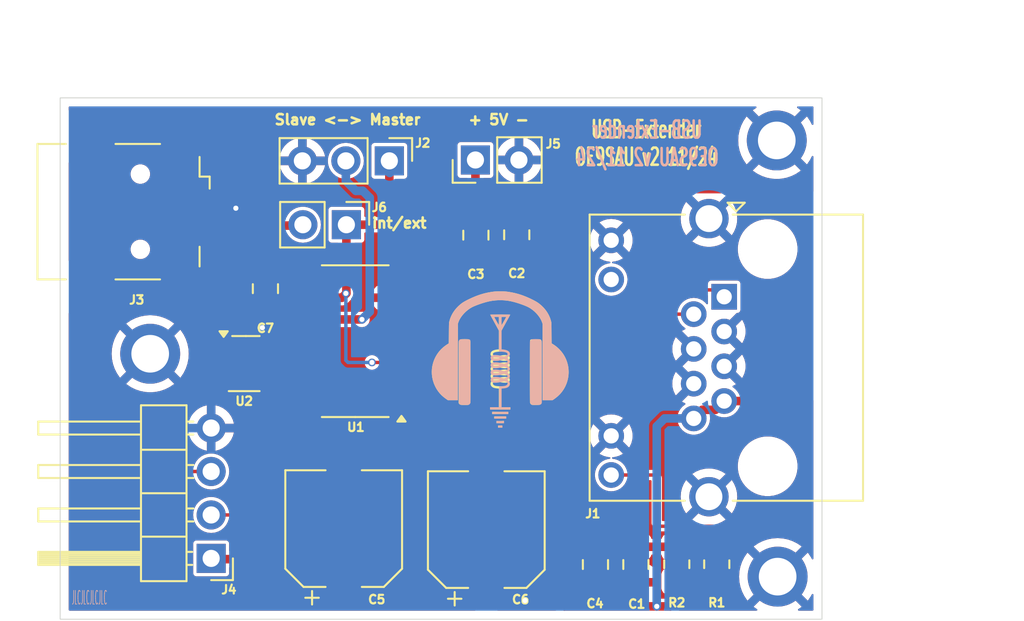
<source format=kicad_pcb>
(kicad_pcb (version 20240108) (generator "pcbnew") (generator_version "8.0")
  (layers (0 "F.Cu" signal) (31 "B.Cu" signal) (34 "B.Paste" user) (35 "F.Paste" user) (36 "B.SilkS" user "B.Silkscreen") (37 "F.SilkS" user "F.Silkscreen") (38 "B.Mask" user) (39 "F.Mask" user) (44 "Edge.Cuts" user))
  (net 0 "")
  (net 1 "GND")
  (net 2 "Net-(U1-REF)")
  (net 3 "+5V")
  (net 4 "Net-(U1-V3)")
  (net 5 "Net-(U1-XD+)")
  (net 6 "Net-(J1-Pad12)")
  (net 7 "Net-(U1-XD-)")
  (net 9 "Net-(J3-D+)")
  (net 11 "Net-(J3-D-)")
  (net 14 "MODE")
  (net 16 "Net-(U1-UD+)")
  (net 17 "Net-(U1-UD-)")
  (net 18 "Net-(J3-VBUS)")
  (footprint "Capacitor_SMD:C_0805_2012Metric_Pad1.18x1.45mm_HandSolder" (layer "F.Cu") (at 128.27 66.4249 -90)
    (property "Reference" "C2" (at 2.2567 0 180) (layer "F.SilkS") (effects (font (size 0.5 0.5))))
    (property "Value" "100nF")
    (pad "1" smd roundrect (at -1.0375 0 270) (size 1.175 1.45) (layers "F.Cu" "F.Paste" "F.Mask") (roundrect_rratio 0.212766) (net 3 "+5V"))
    (pad "2" smd roundrect (at 1.0375 0 270) (size 1.175 1.45) (layers "F.Cu" "F.Paste" "F.Mask") (roundrect_rratio 0.212766) (net 1 "GND"))
  )
  (footprint "Connector_PinHeader_2.54mm:PinHeader_1x02_P2.54mm_Vertical" (layer "F.Cu") (at 125.857 62.0522 90)
    (property "Reference" "J5" (at 0.9398 4.5466 180) (layer "F.SilkS") (effects (font (size 0.5 0.5))))
    (property "Value" "ext. +5V")
    (pad "1" thru_hole rect (at 0 0 90) (size 1.7 1.7) (drill 1) (layers "*.Cu" "*.Mask") (net 3 "+5V"))
    (pad "2" thru_hole oval (at 0 2.54 90) (size 1.7 1.7) (drill 1) (layers "*.Cu" "*.Mask") (net 1 "GND"))
  )
  (footprint "Connector_PinHeader_2.54mm:PinHeader_1x02_P2.54mm_Vertical" (layer "F.Cu") (at 118.3182 65.8368 -90)
    (property "Reference" "J6" (at -1.016 -1.9254 180) (layer "F.SilkS") (effects (font (size 0.5 0.5) (thickness 0.125))))
    (property "Value" "5v INT/EXT")
    (pad "1" thru_hole rect (at 0 0 270) (size 1.7 1.7) (drill 1) (layers "*.Cu" "*.Mask") (net 3 "+5V"))
    (pad "2" thru_hole oval (at 0 2.54 270) (size 1.7 1.7) (drill 1) (layers "*.Cu" "*.Mask") (net 18 "Net-(J3-VBUS)"))
  )
  (footprint "Connector_PinHeader_2.54mm:PinHeader_1x04_P2.54mm_Horizontal" (layer "F.Cu") (at 110.42 85.344 180)
    (property "Reference" "J4" (at -1.0352 -1.8288 180) (layer "F.SilkS") (effects (font (size 0.5 0.5))))
    (property "Value" "USB_CON")
    (pad "1" thru_hole rect (at 0 0 180) (size 1.7 1.7) (drill 1) (layers "*.Cu" "*.Mask") (net 18 "Net-(J3-VBUS)"))
    (pad "2" thru_hole oval (at 0 2.54 180) (size 1.7 1.7) (drill 1) (layers "*.Cu" "*.Mask") (net 11 "Net-(J3-D-)"))
    (pad "3" thru_hole oval (at 0 5.08 180) (size 1.7 1.7) (drill 1) (layers "*.Cu" "*.Mask") (net 9 "Net-(J3-D+)"))
    (pad "4" thru_hole oval (at 0 7.62 180) (size 1.7 1.7) (drill 1) (layers "*.Cu" "*.Mask") (net 1 "GND"))
  )
  (footprint "Capacitor_SMD:C_0805_2012Metric_Pad1.18x1.45mm_HandSolder" (layer "F.Cu") (at 135.2296 85.7023 -90)
    (property "Reference" "C1" (at 2.3087 -0.0508 0) (layer "F.SilkS") (effects (font (size 0.5 0.5))))
    (property "Value" "100nF")
    (pad "1" smd roundrect (at -1.0375 0 270) (size 1.175 1.45) (layers "F.Cu" "F.Paste" "F.Mask") (roundrect_rratio 0.212766) (net 2 "Net-(U1-REF)"))
    (pad "2" smd roundrect (at 1.0375 0 270) (size 1.175 1.45) (layers "F.Cu" "F.Paste" "F.Mask") (roundrect_rratio 0.212766) (net 1 "GND"))
  )
  (footprint "Capacitor_SMD:CP_Elec_6.3x7.7" (layer "F.Cu") (at 126.492 83.66 90)
    (property "Reference" "C6" (at -4.0894 2.0066 180) (layer "F.SilkS") (effects (font (size 0.5 0.5) (thickness 0.125))))
    (property "Value" "470uF")
    (pad "1" smd roundrect (at -2.7 0 90) (size 3.5 1.6) (layers "F.Cu" "F.Paste" "F.Mask") (roundrect_rratio 0.15625) (net 3 "+5V"))
    (pad "2" smd roundrect (at 2.7 0 90) (size 3.5 1.6) (layers "F.Cu" "F.Paste" "F.Mask") (roundrect_rratio 0.15625) (net 1 "GND"))
  )
  (footprint "MountingHole:MountingHole_2.2mm_M2_ISO7380_Pad" (layer "F.Cu") (at 143.51 86.4108)
    (property "Reference" "H2" (hide yes))
    (property "Value" "MountingHole_Pad" (hide yes))
    (pad "1" thru_hole circle (at 0 0) (size 3.5 3.5) (drill 2.2) (layers "*.Cu" "*.Mask") (net 1 "GND"))
  )
  (footprint "Capacitor_SMD:C_0805_2012Metric_Pad1.18x1.45mm_HandSolder" (layer "F.Cu") (at 132.8674 85.7023 -90)
    (property "Reference" "C4" (at 2.2821 0.0254 180) (layer "F.SilkS") (effects (font (size 0.5 0.5))))
    (property "Value" "100nF")
    (pad "1" smd roundrect (at -1.0375 0 270) (size 1.175 1.45) (layers "F.Cu" "F.Paste" "F.Mask") (roundrect_rratio 0.212766) (net 4 "Net-(U1-V3)"))
    (pad "2" smd roundrect (at 1.0375 0 270) (size 1.175 1.45) (layers "F.Cu" "F.Paste" "F.Mask") (roundrect_rratio 0.212766) (net 1 "GND"))
  )
  (footprint "Capacitor_SMD:C_0805_2012Metric_Pad1.18x1.45mm_HandSolder" (layer "F.Cu") (at 125.8824 66.4464 -90)
    (property "Reference" "C3" (at 2.286 0 180) (layer "F.SilkS") (effects (font (size 0.5 0.5))))
    (property "Value" "100nF")
    (pad "1" smd roundrect (at -1.0375 0 270) (size 1.175 1.45) (layers "F.Cu" "F.Paste" "F.Mask") (roundrect_rratio 0.212766) (net 3 "+5V"))
    (pad "2" smd roundrect (at 1.0375 0 270) (size 1.175 1.45) (layers "F.Cu" "F.Paste" "F.Mask") (roundrect_rratio 0.212766) (net 1 "GND"))
  )
  (footprint "Resistor_SMD:R_0805_2012Metric_Pad1.20x1.40mm_HandSolder" (layer "F.Cu") (at 139.954 85.6836 -90)
    (property "Reference" "R1" (at 2.2512 0 0) (layer "F.SilkS") (effects (font (size 0.5 0.5))))
    (property "Value" "10k")
    (pad "1" smd roundrect (at -1 0 270) (size 1.2 1.4) (layers "F.Cu" "F.Paste" "F.Mask") (roundrect_rratio 0.208333) (net 6 "Net-(J1-Pad12)"))
    (pad "2" smd roundrect (at 1 0 270) (size 1.2 1.4) (layers "F.Cu" "F.Paste" "F.Mask") (roundrect_rratio 0.208333) (net 3 "+5V"))
  )
  (footprint "Connector_USB:USB_Mini-B_Wuerth_65100516121_Horizontal" (layer "F.Cu") (at 106.2826 65.0748 -90)
    (property "Reference" "J3" (at 5.1562 0.2122 180) (layer "F.SilkS") (effects (font (size 0.5 0.5))))
    (property "Value" "USB_B_Mini")
    (pad "" np_thru_hole circle (at -2.2 0 270) (size 0.9 0.9) (drill 0.9) (layers "*.Cu" "*.Mask"))
    (pad "" np_thru_hole circle (at 2.2 0 270) (size 0.9 0.9) (drill 0.9) (layers "*.Cu" "*.Mask"))
    (pad "1" smd rect (at -1.6 -2.6 270) (size 0.5 2.5) (layers "F.Cu" "F.Paste" "F.Mask") (net 18 "Net-(J3-VBUS)"))
    (pad "2" smd rect (at -0.8 -2.6 270) (size 0.5 2.5) (layers "F.Cu" "F.Paste" "F.Mask") (net 11 "Net-(J3-D-)"))
    (pad "3" smd rect (at 0 -2.6 270) (size 0.5 2.5) (layers "F.Cu" "F.Paste" "F.Mask") (net 9 "Net-(J3-D+)"))
    (pad "4" smd rect (at 0.8 -2.6 270) (size 0.5 2.5) (layers "F.Cu" "F.Paste" "F.Mask"))
    (pad "5" smd rect (at 1.6 -2.6 270) (size 0.5 2.5) (layers "F.Cu" "F.Paste" "F.Mask") (net 1 "GND"))
    (pad "6" smd rect (at -4.4 -2.6 270) (size 2 2.5) (layers "F.Cu" "F.Paste" "F.Mask") (net 1 "GND"))
    (pad "6" smd rect (at -4.4 2.9 270) (size 2 2.5) (layers "F.Cu" "F.Paste" "F.Mask") (net 1 "GND"))
    (pad "6" smd rect (at 4.4 -2.6 270) (size 2 2.5) (layers "F.Cu" "F.Paste" "F.Mask") (net 1 "GND"))
    (pad "6" smd rect (at 4.4 2.9 270) (size 2 2.5) (layers "F.Cu" "F.Paste" "F.Mask") (net 1 "GND"))
  )
  (footprint "Package_SO:SOIC-14_3.9x8.7mm_P1.27mm" (layer "F.Cu") (at 118.8354 72.644 180)
    (property "Reference" "U1" (at -0.0366 -5.0292 0) (layer "F.SilkS") (effects (font (size 0.5 0.5))))
    (property "Value" "CH315G")
    (pad "1" smd roundrect (at -2.475 -3.81 180) (size 1.95 0.6) (layers "F.Cu" "F.Paste" "F.Mask") (net 2 "Net-(U1-REF)"))
    (pad "2" smd roundrect (at -2.475 -2.54 180) (size 1.95 0.6) (layers "F.Cu" "F.Paste" "F.Mask") (net 1 "GND"))
    (pad "3" smd roundrect (at -2.475 -1.27 180) (size 1.95 0.6) (layers "F.Cu" "F.Paste" "F.Mask") (net 3 "+5V"))
    (pad "4" smd roundrect (at -2.475 0 180) (size 1.95 0.6) (layers "F.Cu" "F.Paste" "F.Mask") (net 7 "Net-(U1-XD-)"))
    (pad "5" smd roundrect (at -2.475 1.27 180) (size 1.95 0.6) (layers "F.Cu" "F.Paste" "F.Mask") (net 5 "Net-(U1-XD+)"))
    (pad "6" smd roundrect (at -2.475 2.54 180) (size 1.95 0.6) (layers "F.Cu" "F.Paste" "F.Mask") (net 1 "GND"))
    (pad "7" smd roundrect (at -2.475 3.81 180) (size 1.95 0.6) (layers "F.Cu" "F.Paste" "F.Mask"))
    (pad "8" smd roundrect (at 2.475 3.81 180) (size 1.95 0.6) (layers "F.Cu" "F.Paste" "F.Mask"))
    (pad "9" smd roundrect (at 2.475 2.54 180) (size 1.95 0.6) (layers "F.Cu" "F.Paste" "F.Mask") (net 3 "+5V"))
    (pad "10" smd roundrect (at 2.475 1.27 180) (size 1.95 0.6) (layers "F.Cu" "F.Paste" "F.Mask") (net 14 "MODE"))
    (pad "11" smd roundrect (at 2.475 0 180) (size 1.95 0.6) (layers "F.Cu" "F.Paste" "F.Mask"))
    (pad "12" smd roundrect (at 2.475 -1.27 180) (size 1.95 0.6) (layers "F.Cu" "F.Paste" "F.Mask") (net 17 "Net-(U1-UD-)"))
    (pad "13" smd roundrect (at 2.475 -2.54 180) (size 1.95 0.6) (layers "F.Cu" "F.Paste" "F.Mask") (net 16 "Net-(U1-UD+)"))
    (pad "14" smd roundrect (at 2.475 -3.81 180) (size 1.95 0.6) (layers "F.Cu" "F.Paste" "F.Mask") (net 4 "Net-(U1-V3)"))
  )
  (footprint "Resistor_SMD:R_0805_2012Metric_Pad1.20x1.40mm_HandSolder" (layer "F.Cu") (at 137.6172 85.6836 -90)
    (property "Reference" "R2" (at 2.2512 0 180) (layer "F.SilkS") (effects (font (size 0.5 0.5) (thickness 0.125))))
    (property "Value" "180k")
    (pad "1" smd roundrect (at -1 0 270) (size 1.2 1.4) (layers "F.Cu" "F.Paste" "F.Mask") (roundrect_rratio 0.208333) (net 2 "Net-(U1-REF)"))
    (pad "2" smd roundrect (at 1 0 270) (size 1.2 1.4) (layers "F.Cu" "F.Paste" "F.Mask") (roundrect_rratio 0.208333) (net 3 "+5V"))
  )
  (footprint "MountingHole:MountingHole_2.2mm_M2_ISO7380_Pad" (layer "F.Cu") (at 143.4592 60.9092)
    (property "Reference" "H3" (hide yes))
    (property "Value" "MountingHole_Pad" (hide yes))
    (pad "1" thru_hole circle (at 0 0) (size 3.5 3.5) (drill 2.2) (layers "*.Cu" "*.Mask") (net 1 "GND"))
  )
  (footprint "LOGO" (layer "F.Cu") (at 127.3048 73.7108)
    (property "Reference" "g1" (hide yes))
    (property "Value" "LOGO" (hide yes))
  )
  (footprint "Connector_PinHeader_2.54mm:PinHeader_1x03_P2.54mm_Vertical" (layer "F.Cu") (at 120.8278 62.103 -90)
    (property "Reference" "J2" (at -1.0414 -1.9558 180) (layer "F.SilkS") (effects (font (size 0.5 0.5))))
    (property "Value" "MODE")
    (pad "1" thru_hole rect (at 0 0 270) (size 1.7 1.7) (drill 1) (layers "*.Cu" "*.Mask") (net 3 "+5V"))
    (pad "2" thru_hole oval (at 0 2.54 270) (size 1.7 1.7) (drill 1) (layers "*.Cu" "*.Mask") (net 14 "MODE"))
    (pad "3" thru_hole oval (at 0 5.08 270) (size 1.7 1.7) (drill 1) (layers "*.Cu" "*.Mask") (net 1 "GND"))
  )
  (footprint "Capacitor_SMD:C_0805_2012Metric_Pad1.18x1.45mm_HandSolder" (layer "F.Cu") (at 113.5888 69.5745 90)
    (property "Reference" "C7" (at -2.3153 0 180) (layer "F.SilkS") (effects (font (size 0.5 0.5) (thickness 0.125))))
    (property "Value" "100nF")
    (pad "1" smd roundrect (at -1.0375 0 90) (size 1.175 1.45) (layers "F.Cu" "F.Paste" "F.Mask") (roundrect_rratio 0.212766) (net 3 "+5V"))
    (pad "2" smd roundrect (at 1.0375 0 90) (size 1.175 1.45) (layers "F.Cu" "F.Paste" "F.Mask") (roundrect_rratio 0.212766) (net 1 "GND"))
  )
  (footprint "Connector_RJ:RJ45_Amphenol_RJHSE538X" (layer "F.Cu") (at 140.3878 70.0492 -90)
    (property "Reference" "J1" (at 12.6786 7.6728 180) (layer "F.SilkS") (effects (font (size 0.5 0.5))))
    (property "Value" "RJ45_LED_Shielded")
    (pad "" np_thru_hole circle (at -2.79 -2.54 270) (size 3.25 3.25) (drill 3.25) (layers "*.Cu" "*.Mask"))
    (pad "" np_thru_hole circle (at 9.91 -2.54 270) (size 3.25 3.25) (drill 3.25) (layers "*.Cu" "*.Mask"))
    (pad "1" thru_hole rect (at 0 0 270) (size 1.5 1.5) (drill 0.89) (layers "*.Cu" "*.Mask") (net 5 "Net-(U1-XD+)"))
    (pad "2" thru_hole circle (at 1.016 1.78 270) (size 1.5 1.5) (drill 0.89) (layers "*.Cu" "*.Mask") (net 7 "Net-(U1-XD-)"))
    (pad "3" thru_hole circle (at 2.032 0 270) (size 1.5 1.5) (drill 0.89) (layers "*.Cu" "*.Mask") (net 1 "GND"))
    (pad "4" thru_hole circle (at 3.048 1.78 270) (size 1.5 1.5) (drill 0.89) (layers "*.Cu" "*.Mask") (net 1 "GND"))
    (pad "5" thru_hole circle (at 4.064 0 270) (size 1.5 1.5) (drill 0.89) (layers "*.Cu" "*.Mask") (net 1 "GND"))
    (pad "6" thru_hole circle (at 5.08 1.78 270) (size 1.5 1.5) (drill 0.89) (layers "*.Cu" "*.Mask") (net 1 "GND"))
    (pad "7" thru_hole circle (at 6.096 0 270) (size 1.5 1.5) (drill 0.89) (layers "*.Cu" "*.Mask") (net 3 "+5V"))
    (pad "8" thru_hole circle (at 7.112 1.78 270) (size 1.5 1.5) (drill 0.89) (layers "*.Cu" "*.Mask") (net 3 "+5V"))
    (pad "9" thru_hole circle (at -3.3 6.6 270) (size 1.5 1.5) (drill 0.89) (layers "*.Cu" "*.Mask") (net 1 "GND"))
    (pad "10" thru_hole circle (at -1.01 6.6 270) (size 1.5 1.5) (drill 0.89) (layers "*.Cu" "*.Mask"))
    (pad "11" thru_hole circle (at 8.13 6.6 270) (size 1.5 1.5) (drill 0.89) (layers "*.Cu" "*.Mask") (net 1 "GND"))
    (pad "12" thru_hole circle (at 10.42 6.6 270) (size 1.5 1.5) (drill 0.89) (layers "*.Cu" "*.Mask") (net 6 "Net-(J1-Pad12)"))
    (pad "SH" thru_hole circle (at -4.57 0.89 270) (size 2.3 2.3) (drill 1.57) (layers "*.Cu" "*.Mask") (net 1 "GND"))
    (pad "SH" thru_hole circle (at 11.69 0.89 270) (size 2.3 2.3) (drill 1.57) (layers "*.Cu" "*.Mask") (net 1 "GND"))
  )
  (footprint "Package_TO_SOT_SMD:SOT-23-6_Handsoldering" (layer "F.Cu") (at 112.348 73.9546)
    (property "Reference" "U2" (at 0 2.1946 0) (layer "F.SilkS") (effects (font (size 0.5 0.5) (thickness 0.125))))
    (property "Value" "USBLC6-2P6")
    (pad "1" smd roundrect (at -1.35 -0.95) (size 1.56 0.65) (layers "F.Cu" "F.Paste" "F.Mask") (net 9 "Net-(J3-D+)"))
    (pad "2" smd roundrect (at -1.35 0) (size 1.56 0.65) (layers "F.Cu" "F.Paste" "F.Mask") (net 1 "GND"))
    (pad "3" smd roundrect (at -1.35 0.95) (size 1.56 0.65) (layers "F.Cu" "F.Paste" "F.Mask") (net 11 "Net-(J3-D-)"))
    (pad "4" smd roundrect (at 1.35 0.95) (size 1.56 0.65) (layers "F.Cu" "F.Paste" "F.Mask") (net 17 "Net-(U1-UD-)"))
    (pad "5" smd roundrect (at 1.35 0) (size 1.56 0.65) (layers "F.Cu" "F.Paste" "F.Mask") (net 3 "+5V"))
    (pad "6" smd roundrect (at 1.35 -0.95) (size 1.56 0.65) (layers "F.Cu" "F.Paste" "F.Mask") (net 16 "Net-(U1-UD+)"))
  )
  (footprint "Capacitor_SMD:CP_Elec_6.3x7.7" (layer "F.Cu") (at 118.1608 83.6016 90)
    (property "Reference" "C5" (at -4.1478 1.9304 180) (layer "F.SilkS") (effects (font (size 0.5 0.5) (thickness 0.125))))
    (property "Value" "470uF")
    (pad "1" smd roundrect (at -2.7 0 90) (size 3.5 1.6) (layers "F.Cu" "F.Paste" "F.Mask") (roundrect_rratio 0.15625) (net 3 "+5V"))
    (pad "2" smd roundrect (at 2.7 0 90) (size 3.5 1.6) (layers "F.Cu" "F.Paste" "F.Mask") (roundrect_rratio 0.15625) (net 1 "GND"))
  )
  (footprint "MountingHole:MountingHole_2.2mm_M2_ISO7380_Pad" (layer "F.Cu") (at 106.8578 73.3806 90)
    (property "Reference" "H1" (hide yes))
    (property "Value" "MountingHole_Pad" (hide yes))
    (pad "1" thru_hole circle (at 0 0 90) (size 3.5 3.5) (drill 2.2) (layers "*.Cu" "*.Mask") (net 1 "GND"))
  )
  (footprint "LOGO" (layer "B.Cu") (at 127.3048 73.7108 180)
    (property "Reference" "g2" (hide yes))
    (property "Value" "LOGO" (hide yes))
  )
  (gr_rect (start 101.6 58.42) (end 146.1008 88.9) (stroke (width 0.05)) (fill none) (layer "Edge.Cuts"))
  (gr_text "JLCJLCJLCJLC" (at 102.2604 88.1126 0) (layer "B.SilkS") (effects (font (size 0.8 0.2) (thickness 0.0375) (bold yes)) (justify left bottom)))
  (gr_text "Slave <-> Master" (at 114.046 60.0456 0) (layer "F.SilkS") (effects (font (size 0.6 0.6) (thickness 0.15) (bold yes)) (justify left bottom)))
  (gr_text "+ 5V -" (at 125.3744 60.0456 0) (layer "F.SilkS") (effects (font (size 0.6 0.6) (thickness 0.15) (bold yes)) (justify left bottom)))
  (gr_text "int/ext" (at 119.7356 66.0908 0) (layer "F.SilkS") (effects (font (size 0.6 0.6) (thickness 0.15) (bold yes)) (justify left bottom)))
  (gr_text_box "USB-Extender\nOE9SAU v2 11/24" (start 128.3716 58.9534) (end 143.4084 63.2714) (layer "B.SilkS") (effects (font (size 1 0.6) (thickness 0.15) (bold yes)) (justify top mirror)) (border no) (stroke (width 0) (type dot)))
  (gr_text_box "USB-Extender\nOE9SAU v2 11/24" (start 128.3208 58.928) (end 143.3576 63.246) (layer "F.SilkS") (effects (font (size 1 0.6) (thickness 0.15) (bold yes)) (justify top)) (border no) (stroke (width 0) (type dot)))
  (segment (start 132.8244 86.6968) (end 132.8674 86.7398) (width 0.2) (layer "F.Cu") (net 1))
  (segment (start 111.0914 73.973) (end 110.9472 74.1172) (width 0.2) (layer "F.Cu") (net 1))
  (via (at 111.8616 64.8716) (size 0.45) (drill 0.3) (layers "F.Cu" "B.Cu") (net 1))
  (via (at 113.411 71.8566) (size 0.45) (drill 0.3) (layers "F.Cu" "B.Cu") (net 1))
  (via (at 128.7526 87.8078) (size 0.45) (drill 0.3) (layers "F.Cu" "B.Cu") (net 1))
  (segment (start 131.445 76.8858) (end 131.0132 76.454) (width 0.5) (layer "F.Cu") (net 2))
  (segment (start 131.0132 76.454) (end 121.3104 76.454) (width 0.5) (layer "F.Cu") (net 2))
  (segment (start 131.064 76.5048) (end 131.0132 76.454) (width 0.5) (layer "F.Cu") (net 2))
  (segment (start 132.0038 82.7532) (end 131.445 82.1944) (width 0.5) (layer "F.Cu") (net 2))
  (segment (start 135.2296 83.2104) (end 134.7724 82.7532) (width 0.5) (layer "F.Cu") (net 2))
  (segment (start 131.445 82.1944) (end 131.445 76.8858) (width 0.5) (layer "F.Cu") (net 2))
  (segment (start 135.2296 84.6648) (end 137.5664 84.6648) (width 0.5) (layer "F.Cu") (net 2))
  (segment (start 134.7724 82.7532) (end 132.0038 82.7532) (width 0.5) (layer "F.Cu") (net 2))
  (segment (start 135.2296 84.36) (end 135.2296 83.2104) (width 0.5) (layer "F.Cu") (net 2))
  (segment (start 114.6404 73.9546) (end 114.808 73.787) (width 0.2) (layer "F.Cu") (net 3))
  (segment (start 120.8278 65.5574) (end 120.8278 62.103) (width 0.5) (layer "F.Cu") (net 3))
  (segment (start 130.853 65.3874) (end 132.4864 63.754) (width 0.5) (layer "F.Cu") (net 3))
  (segment (start 114.808 73.787) (end 114.808 70.8152) (width 0.2) (layer "F.Cu") (net 3))
  (segment (start 137.2496 88.15) (end 137.5664 87.8332) (width 0.5) (layer "F.Cu") (net 3))
  (segment (start 145.288 64.3128) (end 145.288 75.692) (width 0.5) (layer "F.Cu") (net 3))
  (segment (start 137.5664 87.8332) (end 137.5664 86.6648) (width 0.5) (layer "F.Cu") (net 3))
  (segment (start 125.857 65.3874) (end 125.857 62.0522) (width 0.5) (layer "F.Cu") (net 3))
  (segment (start 132.4864 63.754) (end 144.7292 63.754) (width 0.5) (layer "F.Cu") (net 3))
  (segment (start 118.3182 69.845) (end 118.0592 70.104) (width 0.5) (layer "F.Cu") (net 3))
  (segment (start 125.8824 65.4089) (end 120.9763 65.4089) (width 0.5) (layer "F.Cu") (net 3))
  (segment (start 114.6048 70.612) (end 115.1128 70.104) (width 0.2) (layer "F.Cu") (net 3))
  (segment (start 128.27 65.3874) (end 130.853 65.3874) (width 0.5) (layer "F.Cu") (net 3))
  (segment (start 136.4488 88.15) (end 137.2496 88.15) (width 0.5) (layer "F.Cu") (net 3))
  (segment (start 130.261 85.387) (end 130.683 85.809) (width 0.5) (layer "F.Cu") (net 3))
  (segment (start 120.5484 65.8368) (end 120.8278 65.5574) (width 0.5) (layer "F.Cu") (net 3))
  (segment (start 144.8268 76.1452) (end 140.3878 76.1452) (width 0.5) (layer "F.Cu") (net 3))
  (segment (start 137.5664 86.6648) (end 139.9352 86.6648) (width 0.5) (layer "F.Cu") (net 3))
  (segment (start 144.8308 76.1492) (end 144.8268 76.1452) (width 0.5) (layer "F.Cu") (net 3))
  (segment (start 110.463 85.387) (end 130.261 85.387) (width 0.5) (layer "F.Cu") (net 3))
  (segment (start 131.0506 88.15) (end 136.4488 88.15) (width 0.5) (layer "F.Cu") (net 3))
  (segment (start 128.27 65.3874) (end 125.857 65.3874) (width 0.5) (layer "F.Cu") (net 3))
  (segment (start 144.7292 63.754) (end 145.288 64.3128) (width 0.5) (layer "F.Cu") (net 3))
  (segment (start 120.9763 65.4089) (end 120.8278 65.5574) (width 0.5) (layer "F.Cu") (net 3))
  (segment (start 140.3878 76.1452) (end 139.8758 76.6572) (width 0.5) (layer "F.Cu") (net 3))
  (segment (start 118.3182 65.8368) (end 120.5484 65.8368) (width 0.5) (layer "F.Cu") (net 3))
  (segment (start 139.9352 86.6648) (end 139.954 86.6836) (width 0.5) (layer "F.Cu") (net 3))
  (segment (start 110.42 85.344) (end 110.463 85.387) (width 0.5) (layer "F.Cu") (net 3))
  (segment (start 130.683 85.809) (end 130.683 87.7824) (width 0.5) (layer "F.Cu") (net 3))
  (segment (start 145.288 75.692) (end 144.8308 76.1492) (width 0.5) (layer "F.Cu") (net 3))
  (segment (start 139.8758 76.6572) (end 139.1118 76.6572) (width 0.5) (layer "F.Cu") (net 3))
  (segment (start 113.8781 73.9546) (end 114.6404 73.9546) (width 0.2) (layer "F.Cu") (net 3))
  (segment (start 139.1118 76.6572) (end 138.6078 77.1612) (width 0.5) (layer "F.Cu") (net 3))
  (segment (start 130.683 87.7824) (end 131.0506 88.15) (width 0.5) (layer "F.Cu") (net 3))
  (segment (start 125.857 65.3874) (end 125.7007 65.3874) (width 0.5) (layer "F.Cu") (net 3))
  (segment (start 114.6048 70.612) (end 113.5888 70.612) (width 0.2) (layer "F.Cu") (net 3))
  (segment (start 114.808 70.8152) (end 114.6048 70.612) (width 0.2) (layer "F.Cu") (net 3))
  (segment (start 115.1128 70.104) (end 116.3604 70.104) (width 0.2) (layer "F.Cu") (net 3))
  (segment (start 119.8118 73.8886) (end 121.285 73.8886) (width 0.2) (layer "F.Cu") (net 3))
  (segment (start 118.3182 65.8368) (end 118.3182 69.845) (width 0.5) (layer "F.Cu") (net 3))
  (segment (start 118.0592 70.104) (end 116.3604 70.104) (width 0.5) (layer "F.Cu") (net 3))
  (segment (start 121.285 73.8886) (end 121.3104 73.914) (width 0.2) (layer "F.Cu") (net 3))
  (segment (start 125.7007 65.3874) (end 125.6792 65.4089) (width 0.5) (layer "F.Cu") (net 3))
  (via (at 136.4488 88.15) (size 0.45) (drill 0.3) (layers "F.Cu" "B.Cu") (net 3))
  (via (at 118.2878 69.85) (size 0.45) (drill 0.3) (layers "F.Cu" "B.Cu") (net 3))
  (via (at 119.8118 73.8886) (size 0.45) (drill 0.3) (layers "F.Cu" "B.Cu") (net 3))
  (segment (start 136.4488 88.15) (end 136.4488 77.6224) (width 0.5) (layer "B.Cu") (net 3))
  (segment (start 118.2878 73.7616) (end 118.4148 73.8886) (width 0.2) (layer "B.Cu") (net 3))
  (segment (start 136.4488 77.6224) (end 136.91 77.1612) (width 0.5) (layer "B.Cu") (net 3))
  (segment (start 118.3182 69.845) (end 118.2878 69.8754) (width 0.2) (layer "B.Cu") (net 3))
  (segment (start 118.2878 69.8754) (end 118.2878 73.7616) (width 0.2) (layer "B.Cu") (net 3))
  (segment (start 136.91 77.1612) (end 138.6078 77.1612) (width 0.5) (layer "B.Cu") (net 3))
  (segment (start 118.4148 73.8886) (end 119.8118 73.8886) (width 0.2) (layer "B.Cu") (net 3))
  (segment (start 120.8532 62.8142) (end 120.65 62.611) (width 0.5) (layer "B.Cu") (net 3))
  (segment (start 119.6848 77.8764) (end 118.2624 76.454) (width 0.5) (layer "F.Cu") (net 4))
  (segment (start 130.4036 84.074) (end 130.4036 78.2828) (width 0.5) (layer "F.Cu") (net 4))
  (segment (start 130.9944 84.6648) (end 130.4036 84.074) (width 0.5) (layer "F.Cu") (net 4))
  (segment (start 130.4036 78.2828) (end 129.9972 77.8764) (width 0.5) (layer "F.Cu") (net 4))
  (segment (start 129.9972 77.8764) (end 119.6848 77.8764) (width 0.5) (layer "F.Cu") (net 4))
  (segment (start 118.2624 76.454) (end 116.3604 76.454) (width 0.5) (layer "F.Cu") (net 4))
  (segment (start 132.8674 84.6648) (end 130.9944 84.6648) (width 0.5) (layer "F.Cu") (net 4))
  (segment (start 140.3878 70.0806) (end 140.2842 69.977) (width 0.5) (layer "F.Cu") (net 5))
  (segment (start 139.9854 69.6468) (end 136.652 69.6468) (width 0.2) (layer "F.Cu") (net 5))
  (segment (start 140.3878 70.0492) (end 140.3564 70.0492) (width 0.2) (layer "F.Cu") (net 5))
  (segment (start 140.2842 69.977) (end 140.1724 69.8652) (width 0.5) (layer "F.Cu") (net 5))
  (segment (start 136.652 69.6468) (end 134.9344 71.3644) (width 0.2) (layer "F.Cu") (net 5))
  (segment (start 140.3878 70.5064) (end 140.3878 70.0806) (width 0.5) (layer "F.Cu") (net 5))
  (segment (start 140.3564 70.0492) (end 140.2842 69.977) (width 0.2) (layer "F.Cu") (net 5))
  (segment (start 140.3878 70.0492) (end 139.9854 69.6468) (width 0.2) (layer "F.Cu") (net 5))
  (segment (start 134.9344 71.3644) (end 121.3582 71.3644) (width 0.2) (layer "F.Cu") (net 5))
  (segment (start 139.954 83.6676) (end 139.954 84.6836) (width 0.2) (layer "F.Cu") (net 6))
  (segment (start 136.4488 83.2612) (end 136.652 83.4644) (width 0.2) (layer "F.Cu") (net 6))
  (segment (start 136.4488 80.6704) (end 136.4488 83.2612) (width 0.2) (layer "F.Cu") (net 6))
  (segment (start 136.2476 80.4692) (end 136.4488 80.6704) (width 0.2) (layer "F.Cu") (net 6))
  (segment (start 136.652 83.4644) (end 139.7508 83.4644) (width 0.2) (layer "F.Cu") (net 6))
  (segment (start 133.7878 80.4692) (end 136.2476 80.4692) (width 0.2) (layer "F.Cu") (net 6))
  (segment (start 139.7508 83.4644) (end 139.954 83.6676) (width 0.2) (layer "F.Cu") (net 6))
  (segment (start 135.1884 72.6344) (end 121.3582 72.6344) (width 0.2) (layer "F.Cu") (net 7))
  (segment (start 138.6078 71.0652) (end 136.7576 71.0652) (width 0.2) (layer "F.Cu") (net 7))
  (segment (start 136.7576 71.0652) (end 135.1884 72.6344) (width 0.2) (layer "F.Cu") (net 7))
  (segment (start 108.966 80.0862) (end 109.1438 80.264) (width 0.2) (layer "F.Cu") (net 9))
  (segment (start 111.584 72.898) (end 109.8296 72.898) (width 0.2) (layer "F.Cu") (net 9))
  (segment (start 109.8296 72.898) (end 109.6264 73.1012) (width 0.2) (layer "F.Cu") (net 9))
  (segment (start 108.8826 65.0748) (end 111.239123 65.0748) (width 0.2) (layer "F.Cu") (net 9))
  (segment (start 111.239123 65.0748) (end 111.3536 65.189277) (width 0.2) (layer "F.Cu") (net 9))
  (segment (start 111.3536 65.189277) (end 111.3536 72.6676) (width 0.2) (layer "F.Cu") (net 9))
  (segment (start 109.6264 75.184) (end 108.966 75.8444) (width 0.2) (layer "F.Cu") (net 9))
  (segment (start 109.1438 80.264) (end 110.42 80.264) (width 0.2) (layer "F.Cu") (net 9))
  (segment (start 109.6264 73.1012) (end 109.6264 75.184) (width 0.2) (layer "F.Cu") (net 9))
  (segment (start 108.966 75.8444) (end 108.966 80.0862) (width 0.2) (layer "F.Cu") (net 9))
  (segment (start 111.887 74.9046) (end 112.0902 74.9046) (width 0.2) (layer "F.Cu") (net 11))
  (segment (start 111.887 74.9046) (end 112.014 74.9046) (width 0.2) (layer "F.Cu") (net 11))
  (segment (start 112.4204 64.4144) (end 112.2808 64.2748) (width 0.2) (layer "F.Cu") (net 11))
  (segment (start 112.2808 64.2748) (end 108.8826 64.2748) (width 0.2) (layer "F.Cu") (net 11))
  (segment (start 112.0902 74.9046) (end 112.2172 74.7776) (width 0.2) (layer "F.Cu") (net 11))
  (segment (start 112.014 74.9046) (end 112.1918 75.0824) (width 0.2) (layer "F.Cu") (net 11))
  (segment (start 112.2172 72.0344) (end 112.4204 71.8312) (width 0.2) (layer "F.Cu") (net 11))
  (segment (start 111.9886 82.804) (end 110.42 82.804) (width 0.2) (layer "F.Cu") (net 11))
  (segment (start 110.998 74.9046) (end 111.887 74.9046) (width 0.2) (layer "F.Cu") (net 11))
  (segment (start 112.1918 75.0824) (end 112.1918 82.6008) (width 0.2) (layer "F.Cu") (net 11))
  (segment (start 112.2172 74.7776) (end 112.2172 72.0344) (width 0.2) (layer "F.Cu") (net 11))
  (segment (start 112.1918 82.6008) (end 111.9886 82.804) (width 0.2) (layer "F.Cu") (net 11))
  (segment (start 112.4204 71.8312) (end 112.4204 64.4144) (width 0.2) (layer "F.Cu") (net 11))
  (segment (start 119.2276 71.374) (end 116.3604 71.374) (width 0.5) (layer "F.Cu") (net 14))
  (via (at 119.2276 71.374) (size 0.45) (drill 0.3) (layers "F.Cu" "B.Cu") (net 14))
  (segment (start 119.2276 71.374) (end 119.6848 70.9168) (width 0.5) (layer "B.Cu") (net 14))
  (segment (start 118.872 63.8556) (end 118.2878 63.2714) (width 0.5) (layer "B.Cu") (net 14))
  (segment (start 119.6848 64.262) (end 119.2784 63.8556) (width 0.5) (layer "B.Cu") (net 14))
  (segment (start 118.2878 62.7888) (end 118.11 62.611) (width 0.5) (layer "B.Cu") (net 14))
  (segment (start 119.2784 63.8556) (end 118.872 63.8556) (width 0.5) (layer "B.Cu") (net 14))
  (segment (start 119.6848 70.9168) (end 119.6848 64.262) (width 0.5) (layer "B.Cu") (net 14))
  (segment (start 118.2878 63.2714) (end 118.2878 62.6618) (width 0.5) (layer "B.Cu") (net 14))
  (segment (start 112.7964 73.0046) (end 113.698 73.0046) (width 0.2) (layer "F.Cu") (net 16))
  (segment (start 112.6172 75.5332) (end 112.6172 73.1838) (width 0.2) (layer "F.Cu") (net 16))
  (segment (start 115.2398 75.184) (end 114.7572 75.6666) (width 0.2) (layer "F.Cu") (net 16))
  (segment (start 112.7506 75.6666) (end 112.6172 75.5332) (width 0.2) (layer "F.Cu") (net 16))
  (segment (start 112.6172 73.1838) (end 112.7964 73.0046) (width 0.2) (layer "F.Cu") (net 16))
  (segment (start 116.3604 75.184) (end 115.2398 75.184) (width 0.2) (layer "F.Cu") (net 16))
  (segment (start 114.7572 75.6666) (end 112.7506 75.6666) (width 0.2) (layer "F.Cu") (net 16))
  (segment (start 114.427 74.9046) (end 115.4176 73.914) (width 0.2) (layer "F.Cu") (net 17))
  (segment (start 116.3014 73.973) (end 116.3604 73.914) (width 0.2) (layer "F.Cu") (net 17))
  (segment (start 113.698 74.9046) (end 114.427 74.9046) (width 0.2) (layer "F.Cu") (net 17))
  (segment (start 115.4176 73.914) (end 116.3604 73.914) (width 0.2) (layer "F.Cu") (net 17))
  (segment (start 113.0048 63.4748) (end 113.284 63.754) (width 0.5) (layer "F.Cu") (net 18))
  (segment (start 108.8826 63.4748) (end 113.0048 63.4748) (width 0.5) (layer "F.Cu") (net 18))
  (segment (start 113.284 65.5828) (end 113.5888 65.8876) (width 0.5) (layer "F.Cu") (net 18))
  (segment (start 115.7274 65.8876) (end 115.7782 65.8368) (width 0.5) (layer "F.Cu") (net 18))
  (segment (start 113.5888 65.8876) (end 115.7274 65.8876) (width 0.5) (layer "F.Cu") (net 18))
  (segment (start 113.284 63.754) (end 113.284 65.5828) (width 0.5) (layer "F.Cu") (net 18))
  (zone (net 1) (net_name "GND") (layers "F&B.Cu") (connect_pads (clearance 0.1)) (min_thickness 0.1) (fill yes (thermal_gap 0.5) (thermal_bridge_width 0.5))
    (polygon (pts (xy 146.05 58.4708) (xy 146.1008 88.8492) (xy 101.6 88.9) (xy 101.6508 58.4708)))
  )
)
</source>
